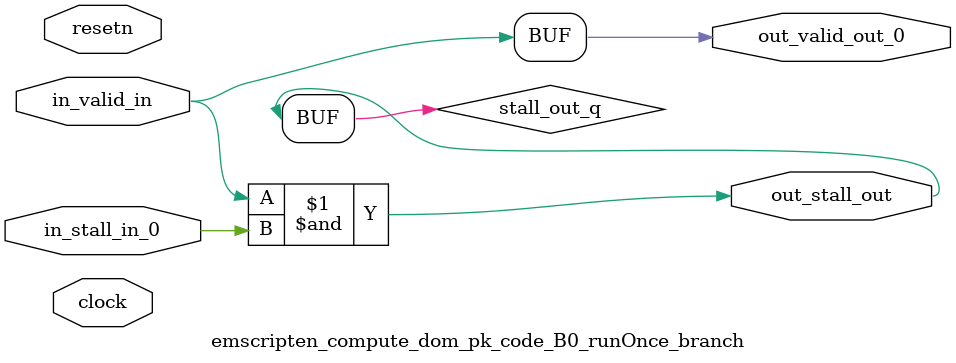
<source format=sv>



(* altera_attribute = "-name AUTO_SHIFT_REGISTER_RECOGNITION OFF; -name MESSAGE_DISABLE 10036; -name MESSAGE_DISABLE 10037; -name MESSAGE_DISABLE 14130; -name MESSAGE_DISABLE 14320; -name MESSAGE_DISABLE 15400; -name MESSAGE_DISABLE 14130; -name MESSAGE_DISABLE 10036; -name MESSAGE_DISABLE 12020; -name MESSAGE_DISABLE 12030; -name MESSAGE_DISABLE 12010; -name MESSAGE_DISABLE 12110; -name MESSAGE_DISABLE 14320; -name MESSAGE_DISABLE 13410; -name MESSAGE_DISABLE 113007; -name MESSAGE_DISABLE 10958" *)
module emscripten_compute_dom_pk_code_B0_runOnce_branch (
    input wire [0:0] in_stall_in_0,
    input wire [0:0] in_valid_in,
    output wire [0:0] out_stall_out,
    output wire [0:0] out_valid_out_0,
    input wire clock,
    input wire resetn
    );

    wire [0:0] stall_out_q;


    // stall_out(LOGICAL,6)
    assign stall_out_q = in_valid_in & in_stall_in_0;

    // out_stall_out(GPOUT,4)
    assign out_stall_out = stall_out_q;

    // out_valid_out_0(GPOUT,5)
    assign out_valid_out_0 = in_valid_in;

endmodule

</source>
